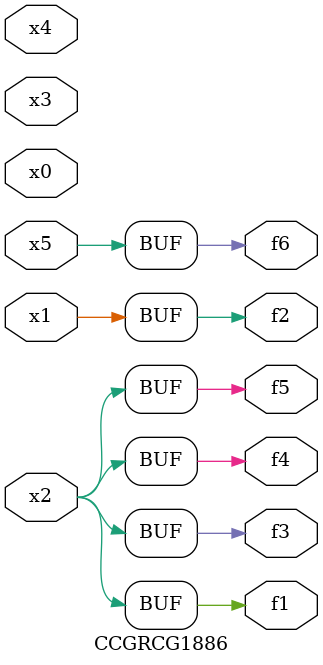
<source format=v>
module CCGRCG1886(
	input x0, x1, x2, x3, x4, x5,
	output f1, f2, f3, f4, f5, f6
);
	assign f1 = x2;
	assign f2 = x1;
	assign f3 = x2;
	assign f4 = x2;
	assign f5 = x2;
	assign f6 = x5;
endmodule

</source>
